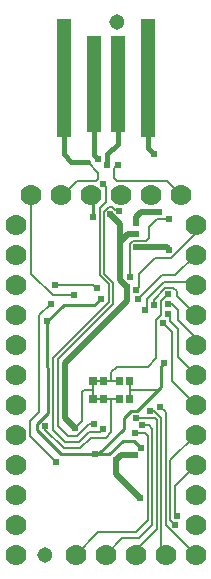
<source format=gbl>
G04 Layer: BottomLayer*
G04 EasyEDA v6.3.22, 2020-03-24T16:00:13+09:00*
G04 d7f5250073f14fcc9ce3ff4b1d3fcb3e,67344a67363949849f01d11c0c7cf016,10*
G04 Gerber Generator version 0.2*
G04 Scale: 100 percent, Rotated: No, Reflected: No *
G04 Dimensions in inches *
G04 leading zeros omitted , absolute positions ,2 integer and 4 decimal *
%FSLAX24Y24*%
%MOIN*%
G90*
G70D02*

%ADD12C,0.006000*%
%ADD13C,0.010000*%
%ADD14C,0.020000*%
%ADD16C,0.024000*%
%ADD27C,0.070000*%
%ADD28C,0.051400*%
%ADD29C,0.015000*%
%ADD30R,0.047244X0.393701*%
%ADD31R,0.047244X0.320000*%

%LPD*%
G54D12*
G01X1689Y8860D02*
G01X1279Y8489D01*
G01X1279Y5260D01*
G01X989Y4969D01*
G01X989Y4460D01*
G01X1850Y3600D01*
G01X3209Y9380D02*
G01X3079Y9500D01*
G01X1800Y9500D01*
G01X2450Y9169D02*
G01X1739Y9169D01*
G01X1029Y9869D01*
G01X1029Y12469D01*
G01X1000Y12500D01*
G01X5579Y9180D02*
G01X5569Y9180D01*
G01X5350Y8960D01*
G01X5350Y8480D01*
G01X5189Y8319D01*
G01X5189Y7050D01*
G01X4909Y6769D01*
G01X3869Y6769D01*
G01X3689Y6589D01*
G01X3689Y6300D01*
G54D14*
G01X4210Y9430D02*
G01X4210Y8950D01*
G01X2160Y6900D01*
G01X2160Y5050D01*
G01X2479Y4730D01*
G54D12*
G01X3300Y11050D02*
G01X3300Y9819D01*
G01X3610Y9509D01*
G01X3610Y8930D01*
G01X1750Y7069D01*
G01X1750Y4650D01*
G01X2150Y4250D01*
G01X2600Y4250D01*
G01X2950Y4600D01*
G01X3319Y4600D01*
G01X3419Y4700D01*
G54D13*
G01X3339Y9039D02*
G01X3109Y8810D01*
G01X2129Y8810D01*
G01X1559Y8280D01*
G54D12*
G01X3439Y11689D02*
G01X3439Y9869D01*
G01X3739Y9569D01*
G01X3739Y8850D01*
G01X1900Y7010D01*
G01X1900Y4800D01*
G01X2250Y4450D01*
G01X2550Y4450D01*
G01X2950Y4850D01*
G01X3100Y4850D01*
G01X5100Y8839D02*
G01X5100Y9000D01*
G01X5489Y9389D01*
G01X5760Y9389D01*
G01X5869Y9280D01*
G01X5869Y9130D01*
G01X6500Y8500D01*
G01X5429Y8230D02*
G01X5719Y7939D01*
G01X5719Y6280D01*
G01X6500Y5500D01*
G01X5569Y8530D02*
G01X5650Y8450D01*
G01X5650Y8289D01*
G01X5919Y8019D01*
G01X5919Y7080D01*
G01X6500Y6500D01*
G54D13*
G01X3150Y3850D02*
G01X3629Y3850D01*
G01X4079Y4300D01*
G01X4450Y4300D01*
G01X4679Y4069D01*
G54D14*
G01X4210Y9430D02*
G01X3989Y9650D01*
G01X3989Y11510D01*
G01X3650Y11850D01*
G54D12*
G01X4700Y4810D02*
G01X4939Y4810D01*
G01X5050Y4700D01*
G01X5050Y1500D01*
G01X4600Y1050D01*
G01X4050Y1050D01*
G01X3500Y500D01*
G01X3966Y5700D02*
G01X3800Y5700D01*
G01X3416Y5700D01*
G01X3966Y6300D02*
G01X3800Y6300D01*
G01X3416Y6300D01*
G01X4300Y5700D02*
G01X4300Y5916D01*
G01X4300Y6300D01*
G01X1479Y4789D02*
G01X1479Y4669D01*
G01X2100Y4050D01*
G01X2650Y4050D01*
G01X3000Y4400D01*
G01X3500Y4400D01*
G01X3688Y4588D01*
G01X3688Y5700D01*
G54D14*
G01X4650Y2400D02*
G01X3850Y3200D01*
G01X3850Y3660D01*
G01X4500Y11550D02*
G01X4500Y11750D01*
G01X4679Y11930D01*
G01X5269Y11930D01*
G54D12*
G01X6500Y11500D02*
G01X6500Y11230D01*
G01X5669Y10400D01*
G01X5150Y10400D01*
G01X4600Y9850D01*
G01X4600Y9439D01*
G01X4510Y9330D01*
G01X4569Y9010D02*
G01X4569Y9019D01*
G01X5369Y9819D01*
G01X5819Y9819D01*
G01X6500Y10500D01*
G01X4819Y8650D02*
G01X4869Y8700D01*
G01X4869Y9019D01*
G01X5439Y9589D01*
G01X6410Y9589D01*
G01X6500Y9500D01*
G01X5569Y8860D02*
G01X5700Y8860D01*
G01X5900Y8660D01*
G01X5900Y8330D01*
G01X6500Y7730D01*
G01X6500Y7500D01*
G01X5329Y5419D02*
G01X5500Y5250D01*
G01X5500Y1500D01*
G01X6500Y500D01*
G01X4969Y5300D02*
G01X5119Y5300D01*
G01X5350Y5069D01*
G01X5350Y650D01*
G01X5500Y500D01*
G01X4500Y5050D02*
G01X5150Y5050D01*
G01X5200Y5000D01*
G01X5200Y1350D01*
G01X4500Y650D01*
G01X4500Y500D01*
G01X4489Y4550D02*
G01X4800Y4550D01*
G01X4900Y4450D01*
G01X4900Y1650D01*
G01X4500Y1250D01*
G01X3250Y1250D01*
G01X2500Y500D01*
G01X3065Y6300D02*
G01X3400Y6300D01*
G01X3083Y5701D02*
G01X3416Y5700D01*
G01X4300Y9750D02*
G01X4300Y10860D01*
G01X4400Y10960D01*
G01X4839Y10960D01*
G01X4950Y11069D01*
G01X4950Y11439D01*
G01X5210Y11700D01*
G01X5600Y11700D01*
G54D13*
G01X1559Y8280D02*
G01X1579Y5230D01*
G01X1200Y4850D01*
G01X1200Y4650D01*
G01X2000Y3850D01*
G01X3150Y3850D01*
G54D12*
G01X3083Y5700D02*
G01X3083Y5993D01*
G01X3065Y6300D01*
G01X3083Y5993D02*
G01X2769Y5993D01*
G01X2700Y5923D01*
G01X2700Y4950D01*
G01X2479Y4730D01*
G54D13*
G01X3150Y3850D02*
G01X3250Y3850D01*
G01X4100Y4700D01*
G01X4100Y5050D01*
G01X4350Y5300D01*
G01X4550Y5300D01*
G01X5350Y6100D01*
G01X5350Y6800D01*
G01X5450Y6900D01*
G54D12*
G01X4300Y5997D02*
G01X5214Y5997D01*
G01X5829Y1489D02*
G01X5650Y1669D01*
G01X5650Y3650D01*
G01X6500Y4500D01*
G01X2000Y12500D02*
G01X2089Y12500D01*
G01X2539Y12950D01*
G01X3150Y12950D01*
G01X3950Y11950D02*
G01X3900Y12000D01*
G01X3800Y12000D01*
G01X3700Y12100D01*
G01X3600Y12100D01*
G01X3439Y11939D01*
G01X3439Y11689D01*
G01X5869Y1800D02*
G01X5800Y1800D01*
G01X5800Y2800D01*
G01X6500Y3500D01*
G54D14*
G01X4489Y3830D02*
G01X4019Y3830D01*
G01X3850Y3660D01*
G01X4510Y11189D02*
G01X4246Y11189D01*
G01X3989Y10933D01*
G54D13*
G01X3069Y11760D02*
G01X3069Y12430D01*
G01X3000Y12500D01*
G54D12*
G01X3400Y12869D02*
G01X3500Y12769D01*
G01X3500Y12250D01*
G01X3300Y12050D01*
G01X3300Y11050D01*
G54D14*
G01X5619Y10669D02*
G01X5539Y10750D01*
G01X4519Y10750D01*
G54D12*
G01X2900Y13600D02*
G01X3250Y13240D01*
G01X3250Y13030D01*
G01X3169Y12950D01*
G01X3150Y12950D01*
G54D29*
G01X3900Y16400D02*
G01X3900Y14200D01*
G01X3550Y13850D01*
G01X3550Y13500D01*
G01X5100Y13850D02*
G01X4907Y14042D01*
G01X4907Y16400D01*
G01X2900Y13600D02*
G01X2350Y13600D01*
G01X2104Y13844D01*
G01X2104Y16400D01*
G01X3112Y16400D02*
G01X3112Y13837D01*
G01X3250Y13700D01*
G54D12*
G01X3900Y13500D02*
G01X3789Y13400D01*
G01X3789Y13050D01*
G01X3879Y12960D01*
G01X5539Y12960D01*
G01X6000Y12500D02*
G01X5539Y12960D01*
G54D30*
G01X2104Y16400D03*
G54D31*
G01X3099Y16200D03*
G01X3899Y16200D03*
G54D30*
G01X4907Y16400D03*
G36*
G01X4182Y6172D02*
G01X4419Y6172D01*
G01X4419Y6427D01*
G01X4182Y6427D01*
G01X4182Y6172D01*
G37*
G36*
G01X3848Y6172D02*
G01X4085Y6172D01*
G01X4085Y6427D01*
G01X3848Y6427D01*
G01X3848Y6172D01*
G37*
G36*
G01X3298Y5572D02*
G01X3535Y5572D01*
G01X3535Y5827D01*
G01X3298Y5827D01*
G01X3298Y5572D01*
G37*
G36*
G01X2964Y5572D02*
G01X3201Y5572D01*
G01X3201Y5827D01*
G01X2964Y5827D01*
G01X2964Y5572D01*
G37*
G36*
G01X4182Y5572D02*
G01X4419Y5572D01*
G01X4419Y5827D01*
G01X4182Y5827D01*
G01X4182Y5572D01*
G37*
G36*
G01X3848Y5572D02*
G01X4085Y5572D01*
G01X4085Y5827D01*
G01X3848Y5827D01*
G01X3848Y5572D01*
G37*
G36*
G01X3298Y6172D02*
G01X3535Y6172D01*
G01X3535Y6427D01*
G01X3298Y6427D01*
G01X3298Y6172D01*
G37*
G36*
G01X2964Y6172D02*
G01X3201Y6172D01*
G01X3201Y6427D01*
G01X2964Y6427D01*
G01X2964Y6172D01*
G37*
G54D27*
G01X999Y12500D03*
G01X499Y11500D03*
G01X499Y10500D03*
G01X499Y9500D03*
G01X499Y8500D03*
G01X499Y7500D03*
G01X499Y6500D03*
G01X499Y5500D03*
G01X499Y4500D03*
G01X499Y3500D03*
G01X499Y2500D03*
G01X499Y1500D03*
G01X499Y500D03*
G01X1999Y12500D03*
G01X2999Y12500D03*
G01X3999Y12500D03*
G01X4999Y12500D03*
G01X5999Y12500D03*
G01X6499Y11500D03*
G01X6499Y10500D03*
G01X6499Y9500D03*
G01X6499Y8500D03*
G01X6499Y7500D03*
G01X6499Y6500D03*
G01X6499Y5500D03*
G01X6499Y4500D03*
G01X6499Y3500D03*
G01X6499Y2500D03*
G01X6499Y1500D03*
G01X6499Y500D03*
G01X5499Y500D03*
G01X4499Y500D03*
G01X3499Y500D03*
G01X2499Y500D03*
G54D28*
G01X3869Y18269D03*
G01X1489Y500D03*
G54D16*
G01X5099Y13850D03*
G01X3899Y13500D03*
G01X4489Y3830D03*
G01X5869Y1800D03*
G01X3099Y4850D03*
G01X3419Y4700D03*
G01X3949Y11950D03*
G01X3399Y12869D03*
G01X3549Y13500D03*
G01X3249Y13700D03*
G01X5829Y1490D03*
G01X5619Y10669D03*
G01X4519Y10750D03*
G01X4509Y11190D03*
G01X5599Y11700D03*
G01X4299Y9750D03*
G01X4489Y4550D03*
G01X4699Y4809D03*
G01X4499Y5050D03*
G01X4969Y5300D03*
G01X5329Y5419D03*
G01X2449Y9169D03*
G01X5429Y8230D03*
G01X5569Y8530D03*
G01X5569Y8859D03*
G01X5099Y8840D03*
G01X4819Y8650D03*
G01X4569Y9009D03*
G01X4509Y9330D03*
G01X4499Y11550D03*
G01X3069Y11759D03*
G01X4649Y2400D03*
G01X3849Y3659D03*
G01X3339Y9040D03*
G01X1559Y8280D03*
G01X3149Y3850D03*
G01X1479Y4790D03*
G01X5579Y9180D03*
G01X2479Y4730D03*
G01X1689Y8859D03*
G01X1849Y3600D03*
G01X4209Y9430D03*
G01X3649Y11850D03*
G01X4679Y4069D03*
G01X5449Y6900D03*
G01X5269Y11930D03*
G01X1799Y9500D03*
G01X3209Y9380D03*
M00*
M02*

</source>
